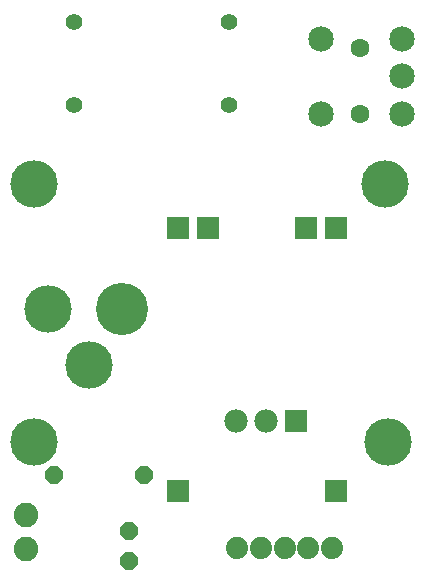
<source format=gbs>
G75*
%MOIN*%
%OFA0B0*%
%FSLAX25Y25*%
%IPPOS*%
%LPD*%
%AMOC8*
5,1,8,0,0,1.08239X$1,22.5*
%
%ADD10C,0.15800*%
%ADD11C,0.08200*%
%ADD12C,0.07800*%
%ADD13R,0.07800X0.07800*%
%ADD14OC8,0.06000*%
%ADD15C,0.07400*%
%ADD16R,0.07400X0.07400*%
%ADD17C,0.08477*%
%ADD18C,0.06312*%
%ADD19C,0.05524*%
%ADD20C,0.17398*%
%ADD21C,0.15824*%
D10*
X0029063Y0057026D03*
X0029063Y0143026D03*
X0146063Y0143026D03*
X0147063Y0057026D03*
D11*
X0026610Y0021310D03*
X0026610Y0032710D03*
D12*
X0096291Y0064152D03*
X0106291Y0064152D03*
D13*
X0116291Y0064152D03*
D14*
X0065638Y0046100D03*
X0060909Y0027234D03*
X0060909Y0017234D03*
X0035638Y0046100D03*
D15*
X0096933Y0021526D03*
X0104807Y0021526D03*
X0112681Y0021526D03*
X0120555Y0021526D03*
X0128429Y0021526D03*
D16*
X0129681Y0040699D03*
X0077181Y0040699D03*
X0077181Y0128199D03*
X0087181Y0128199D03*
X0119681Y0128199D03*
X0129681Y0128199D03*
D17*
X0124629Y0166443D03*
X0124629Y0191443D03*
X0151929Y0191443D03*
X0151929Y0178943D03*
X0151929Y0166443D03*
D18*
X0137929Y0166443D03*
X0137929Y0188443D03*
D19*
X0094110Y0196892D03*
X0094110Y0169333D03*
X0042559Y0169333D03*
X0042559Y0196892D03*
D20*
X0058543Y0101451D03*
D21*
X0047323Y0082553D03*
X0033937Y0101451D03*
M02*

</source>
